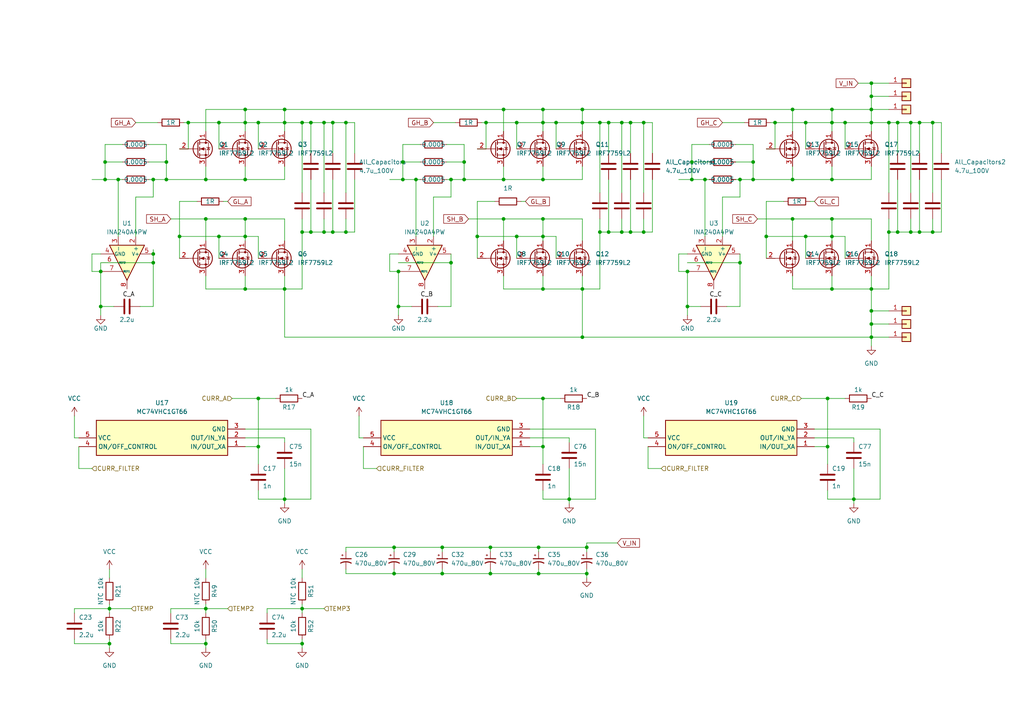
<source format=kicad_sch>
(kicad_sch (version 20230121) (generator eeschema)
  (paper "A4")
  (junction (at 176.53 35.56))
  (junction (at 71.12 68.58))
  (junction (at 31.75 176.53))
  (junction (at 157.48 115.57))
  (junction (at 87.63 176.53))
  (junction (at 257.81 35.56))
  (junction (at 100.33 35.56))
  (junction (at 93.98 67.31))
  (junction (at 168.91 31.75))
  (junction (at 114.3 158.75))
  (junction (at 115.57 88.9))
  (junction (at 116.84 52.07))
  (junction (at 157.48 63.5))
  (junction (at 74.93 115.57))
  (junction (at 173.99 67.31))
  (junction (at 71.12 83.82))
  (junction (at 229.87 31.75))
  (junction (at 252.73 83.82))
  (junction (at 31.75 186.69))
  (junction (at 134.62 46.99))
  (junction (at 90.17 67.31))
  (junction (at 157.48 83.82))
  (junction (at 156.21 158.75))
  (junction (at 252.73 35.56))
  (junction (at 29.21 78.74))
  (junction (at 140.97 35.56))
  (junction (at 114.3 166.37))
  (junction (at 157.48 129.54))
  (junction (at 96.52 35.56))
  (junction (at 30.48 52.07))
  (junction (at 241.3 31.75))
  (junction (at 115.57 78.74))
  (junction (at 229.87 52.07))
  (junction (at 71.12 52.07))
  (junction (at 252.73 90.17))
  (junction (at 128.27 158.75))
  (junction (at 71.12 35.56))
  (junction (at 176.53 67.31))
  (junction (at 168.91 35.56))
  (junction (at 29.21 88.9))
  (junction (at 134.62 52.07))
  (junction (at 186.69 35.56))
  (junction (at 146.05 63.5))
  (junction (at 87.63 67.31))
  (junction (at 157.48 52.07))
  (junction (at 270.51 35.56))
  (junction (at 146.05 52.07))
  (junction (at 74.93 129.54))
  (junction (at 74.93 35.56))
  (junction (at 252.73 97.79))
  (junction (at 130.81 76.2))
  (junction (at 252.73 93.98))
  (junction (at 241.3 52.07))
  (junction (at 48.26 52.07))
  (junction (at 222.25 68.58))
  (junction (at 90.17 35.56))
  (junction (at 233.68 68.58))
  (junction (at 120.65 52.07))
  (junction (at 82.55 31.75))
  (junction (at 252.73 27.94))
  (junction (at 96.52 67.31))
  (junction (at 54.61 35.56))
  (junction (at 233.68 35.56))
  (junction (at 63.5 68.58))
  (junction (at 264.16 35.56))
  (junction (at 270.51 67.31))
  (junction (at 157.48 35.56))
  (junction (at 87.63 35.56))
  (junction (at 63.5 35.56))
  (junction (at 34.29 52.07))
  (junction (at 44.45 76.2))
  (junction (at 252.73 24.13))
  (junction (at 71.12 63.5))
  (junction (at 241.3 83.82))
  (junction (at 149.86 68.58))
  (junction (at 142.24 166.37))
  (junction (at 264.16 67.31))
  (junction (at 218.44 46.99))
  (junction (at 229.87 63.5))
  (junction (at 199.39 78.74))
  (junction (at 241.3 68.58))
  (junction (at 266.7 35.56))
  (junction (at 44.45 73.66))
  (junction (at 82.55 35.56))
  (junction (at 170.18 158.75))
  (junction (at 44.45 52.07))
  (junction (at 149.86 35.56))
  (junction (at 157.48 31.75))
  (junction (at 138.43 68.58))
  (junction (at 241.3 35.56))
  (junction (at 240.03 129.54))
  (junction (at 200.66 46.99))
  (junction (at 218.44 52.07))
  (junction (at 173.99 35.56))
  (junction (at 48.26 46.99))
  (junction (at 71.12 31.75))
  (junction (at 260.35 35.56))
  (junction (at 82.55 83.82))
  (junction (at 156.21 166.37))
  (junction (at 180.34 67.31))
  (junction (at 252.73 31.75))
  (junction (at 182.88 35.56))
  (junction (at 199.39 88.9))
  (junction (at 168.91 97.79))
  (junction (at 165.1 144.78))
  (junction (at 100.33 67.31))
  (junction (at 168.91 83.82))
  (junction (at 59.69 63.5))
  (junction (at 52.07 68.58))
  (junction (at 180.34 35.56))
  (junction (at 87.63 186.69))
  (junction (at 161.29 35.56))
  (junction (at 182.88 67.31))
  (junction (at 142.24 158.75))
  (junction (at 204.47 52.07))
  (junction (at 200.66 52.07))
  (junction (at 59.69 186.69))
  (junction (at 241.3 63.5))
  (junction (at 247.65 144.78))
  (junction (at 240.03 115.57))
  (junction (at 128.27 166.37))
  (junction (at 59.69 176.53))
  (junction (at 266.7 67.31))
  (junction (at 157.48 68.58))
  (junction (at 130.81 52.07))
  (junction (at 59.69 52.07))
  (junction (at 170.18 166.37))
  (junction (at 93.98 35.56))
  (junction (at 214.63 52.07))
  (junction (at 30.48 46.99))
  (junction (at 214.63 76.2))
  (junction (at 186.69 67.31))
  (junction (at 82.55 144.78))
  (junction (at 260.35 67.31))
  (junction (at 146.05 31.75))
  (junction (at 116.84 46.99))
  (junction (at 257.81 67.31))
  (junction (at 245.11 35.56))
  (junction (at 224.79 35.56))
  (wire (pts (xy 153.67 124.46) (xy 172.72 124.46)))
  (wire (pts (xy 173.99 55.88) (xy 173.99 35.56)))
  (wire (pts (xy 146.05 63.5) (xy 157.48 63.5)))
  (wire (pts (xy 115.57 88.9) (xy 119.38 88.9)))
  (wire (pts (xy 63.5 68.58) (xy 71.12 68.58)))
  (wire (pts (xy 146.05 38.1) (xy 146.05 31.75)))
  (wire (pts (xy 44.45 72.39) (xy 44.45 73.66)))
  (wire (pts (xy 87.63 186.69) (xy 87.63 187.96)))
  (wire (pts (xy 59.69 63.5) (xy 71.12 63.5)))
  (wire (pts (xy 149.86 115.57) (xy 157.48 115.57)))
  (wire (pts (xy 157.48 68.58) (xy 161.29 68.58)))
  (wire (pts (xy 29.21 78.74) (xy 29.21 88.9)))
  (wire (pts (xy 168.91 97.79) (xy 252.73 97.79)))
  (wire (pts (xy 224.79 43.18) (xy 224.79 35.56)))
  (wire (pts (xy 93.98 35.56) (xy 96.52 35.56)))
  (wire (pts (xy 157.48 63.5) (xy 157.48 68.58)))
  (wire (pts (xy 29.21 88.9) (xy 29.21 91.44)))
  (wire (pts (xy 236.22 129.54) (xy 240.03 129.54)))
  (wire (pts (xy 93.98 35.56) (xy 93.98 55.88)))
  (wire (pts (xy 44.45 52.07) (xy 48.26 52.07)))
  (wire (pts (xy 146.05 31.75) (xy 82.55 31.75)))
  (wire (pts (xy 87.63 165.1) (xy 87.63 167.64)))
  (wire (pts (xy 245.11 35.56) (xy 252.73 35.56)))
  (wire (pts (xy 128.27 166.37) (xy 142.24 166.37)))
  (wire (pts (xy 266.7 52.07) (xy 266.7 67.31)))
  (wire (pts (xy 100.33 67.31) (xy 96.52 67.31)))
  (wire (pts (xy 255.27 124.46) (xy 255.27 144.78)))
  (wire (pts (xy 54.61 43.18) (xy 52.07 43.18)))
  (wire (pts (xy 59.69 63.5) (xy 59.69 69.85)))
  (wire (pts (xy 74.93 35.56) (xy 82.55 35.56)))
  (wire (pts (xy 130.81 52.07) (xy 134.62 52.07)))
  (wire (pts (xy 134.62 46.99) (xy 134.62 41.91)))
  (wire (pts (xy 30.48 41.91) (xy 35.56 41.91)))
  (wire (pts (xy 200.66 46.99) (xy 200.66 52.07)))
  (wire (pts (xy 168.91 31.75) (xy 168.91 35.56)))
  (wire (pts (xy 222.25 58.42) (xy 222.25 68.58)))
  (wire (pts (xy 189.23 52.07) (xy 189.23 67.31)))
  (wire (pts (xy 157.48 115.57) (xy 157.48 129.54)))
  (wire (pts (xy 31.75 175.26) (xy 31.75 176.53)))
  (wire (pts (xy 252.73 35.56) (xy 257.81 35.56)))
  (wire (pts (xy 82.55 127) (xy 82.55 128.27)))
  (wire (pts (xy 200.66 46.99) (xy 205.74 46.99)))
  (wire (pts (xy 71.12 63.5) (xy 71.12 68.58)))
  (wire (pts (xy 180.34 67.31) (xy 176.53 67.31)))
  (wire (pts (xy 161.29 43.18) (xy 161.29 35.56)))
  (wire (pts (xy 247.65 127) (xy 247.65 128.27)))
  (wire (pts (xy 26.67 73.66) (xy 26.67 78.74)))
  (wire (pts (xy 104.14 127) (xy 105.41 127)))
  (wire (pts (xy 71.12 68.58) (xy 74.93 68.58)))
  (wire (pts (xy 222.25 68.58) (xy 233.68 68.58)))
  (wire (pts (xy 214.63 76.2) (xy 214.63 88.9)))
  (wire (pts (xy 241.3 35.56) (xy 245.11 35.56)))
  (wire (pts (xy 157.48 144.78) (xy 165.1 144.78)))
  (wire (pts (xy 165.1 127) (xy 165.1 128.27)))
  (wire (pts (xy 52.07 68.58) (xy 52.07 74.93)))
  (wire (pts (xy 71.12 69.85) (xy 71.12 68.58)))
  (wire (pts (xy 125.73 57.15) (xy 130.81 57.15)))
  (wire (pts (xy 90.17 124.46) (xy 90.17 144.78)))
  (wire (pts (xy 113.03 78.74) (xy 115.57 78.74)))
  (wire (pts (xy 100.33 63.5) (xy 100.33 67.31)))
  (wire (pts (xy 67.31 115.57) (xy 74.93 115.57)))
  (wire (pts (xy 48.26 52.07) (xy 59.69 52.07)))
  (wire (pts (xy 264.16 67.31) (xy 260.35 67.31)))
  (wire (pts (xy 233.68 74.93) (xy 233.68 68.58)))
  (wire (pts (xy 87.63 63.5) (xy 87.63 67.31)))
  (wire (pts (xy 204.47 52.07) (xy 204.47 68.58)))
  (wire (pts (xy 224.79 43.18) (xy 222.25 43.18)))
  (wire (pts (xy 100.33 160.02) (xy 100.33 158.75)))
  (wire (pts (xy 260.35 44.45) (xy 260.35 35.56)))
  (wire (pts (xy 156.21 158.75) (xy 170.18 158.75)))
  (wire (pts (xy 218.44 46.99) (xy 218.44 52.07)))
  (wire (pts (xy 29.21 76.2) (xy 29.21 78.74)))
  (wire (pts (xy 128.27 165.1) (xy 128.27 166.37)))
  (wire (pts (xy 273.05 52.07) (xy 273.05 67.31)))
  (wire (pts (xy 252.73 83.82) (xy 257.81 83.82)))
  (wire (pts (xy 90.17 44.45) (xy 90.17 35.56)))
  (wire (pts (xy 21.59 185.42) (xy 21.59 186.69)))
  (wire (pts (xy 82.55 83.82) (xy 82.55 97.79)))
  (wire (pts (xy 189.23 35.56) (xy 189.23 44.45)))
  (wire (pts (xy 186.69 67.31) (xy 182.88 67.31)))
  (wire (pts (xy 173.99 83.82) (xy 173.99 67.31)))
  (wire (pts (xy 29.21 76.2) (xy 44.45 76.2)))
  (wire (pts (xy 233.68 35.56) (xy 241.3 35.56)))
  (wire (pts (xy 59.69 176.53) (xy 59.69 177.8)))
  (wire (pts (xy 149.86 35.56) (xy 149.86 43.18)))
  (wire (pts (xy 114.3 166.37) (xy 114.3 165.1)))
  (wire (pts (xy 241.3 48.26) (xy 241.3 52.07)))
  (wire (pts (xy 252.73 90.17) (xy 257.81 90.17)))
  (wire (pts (xy 245.11 43.18) (xy 245.11 35.56)))
  (wire (pts (xy 142.24 158.75) (xy 156.21 158.75)))
  (wire (pts (xy 44.45 76.2) (xy 44.45 88.9)))
  (wire (pts (xy 22.86 129.54) (xy 22.86 135.89)))
  (wire (pts (xy 236.22 127) (xy 247.65 127)))
  (wire (pts (xy 59.69 48.26) (xy 59.69 52.07)))
  (wire (pts (xy 100.33 158.75) (xy 114.3 158.75)))
  (wire (pts (xy 116.84 46.99) (xy 116.84 41.91)))
  (wire (pts (xy 63.5 35.56) (xy 71.12 35.56)))
  (wire (pts (xy 247.65 144.78) (xy 247.65 146.05)))
  (wire (pts (xy 170.18 166.37) (xy 170.18 167.64)))
  (wire (pts (xy 165.1 144.78) (xy 172.72 144.78)))
  (wire (pts (xy 140.97 35.56) (xy 149.86 35.56)))
  (wire (pts (xy 186.69 127) (xy 187.96 127)))
  (wire (pts (xy 82.55 144.78) (xy 90.17 144.78)))
  (wire (pts (xy 218.44 46.99) (xy 218.44 41.91)))
  (wire (pts (xy 116.84 46.99) (xy 121.92 46.99)))
  (wire (pts (xy 71.12 52.07) (xy 82.55 52.07)))
  (wire (pts (xy 113.03 52.07) (xy 116.84 52.07)))
  (wire (pts (xy 168.91 48.26) (xy 168.91 52.07)))
  (wire (pts (xy 213.36 41.91) (xy 218.44 41.91)))
  (wire (pts (xy 186.69 63.5) (xy 186.69 67.31)))
  (wire (pts (xy 44.45 57.15) (xy 44.45 52.07)))
  (wire (pts (xy 168.91 83.82) (xy 168.91 97.79)))
  (wire (pts (xy 161.29 35.56) (xy 168.91 35.56)))
  (wire (pts (xy 157.48 35.56) (xy 157.48 38.1)))
  (wire (pts (xy 213.36 46.99) (xy 218.44 46.99)))
  (wire (pts (xy 49.53 63.5) (xy 59.69 63.5)))
  (wire (pts (xy 82.55 63.5) (xy 82.55 69.85)))
  (wire (pts (xy 134.62 46.99) (xy 134.62 52.07)))
  (wire (pts (xy 100.33 166.37) (xy 114.3 166.37)))
  (wire (pts (xy 52.07 58.42) (xy 57.15 58.42)))
  (wire (pts (xy 252.73 80.01) (xy 252.73 83.82)))
  (wire (pts (xy 82.55 31.75) (xy 82.55 35.56)))
  (wire (pts (xy 168.91 35.56) (xy 168.91 38.1)))
  (wire (pts (xy 180.34 63.5) (xy 180.34 67.31)))
  (wire (pts (xy 186.69 35.56) (xy 189.23 35.56)))
  (wire (pts (xy 241.3 31.75) (xy 241.3 35.56)))
  (wire (pts (xy 161.29 68.58) (xy 161.29 74.93)))
  (wire (pts (xy 252.73 31.75) (xy 252.73 35.56)))
  (wire (pts (xy 209.55 57.15) (xy 209.55 68.58)))
  (wire (pts (xy 156.21 166.37) (xy 156.21 165.1)))
  (wire (pts (xy 240.03 144.78) (xy 247.65 144.78)))
  (wire (pts (xy 100.33 35.56) (xy 102.87 35.56)))
  (wire (pts (xy 39.37 57.15) (xy 39.37 68.58)))
  (wire (pts (xy 264.16 35.56) (xy 266.7 35.56)))
  (wire (pts (xy 59.69 31.75) (xy 71.12 31.75)))
  (wire (pts (xy 74.93 43.18) (xy 74.93 35.56)))
  (wire (pts (xy 74.93 115.57) (xy 74.93 129.54)))
  (wire (pts (xy 71.12 35.56) (xy 74.93 35.56)))
  (wire (pts (xy 187.96 135.89) (xy 191.77 135.89)))
  (wire (pts (xy 63.5 74.93) (xy 63.5 68.58)))
  (wire (pts (xy 49.53 185.42) (xy 49.53 186.69)))
  (wire (pts (xy 157.48 52.07) (xy 168.91 52.07)))
  (wire (pts (xy 77.47 176.53) (xy 87.63 176.53)))
  (wire (pts (xy 87.63 176.53) (xy 93.98 176.53)))
  (wire (pts (xy 142.24 165.1) (xy 142.24 166.37)))
  (wire (pts (xy 189.23 67.31) (xy 186.69 67.31)))
  (wire (pts (xy 223.52 35.56) (xy 224.79 35.56)))
  (wire (pts (xy 157.48 115.57) (xy 162.56 115.57)))
  (wire (pts (xy 157.48 69.85) (xy 157.48 68.58)))
  (wire (pts (xy 170.18 165.1) (xy 170.18 166.37)))
  (wire (pts (xy 199.39 88.9) (xy 203.2 88.9)))
  (wire (pts (xy 138.43 68.58) (xy 149.86 68.58)))
  (wire (pts (xy 157.48 63.5) (xy 168.91 63.5)))
  (wire (pts (xy 187.96 129.54) (xy 187.96 135.89)))
  (wire (pts (xy 157.48 31.75) (xy 168.91 31.75)))
  (wire (pts (xy 252.73 48.26) (xy 252.73 52.07)))
  (wire (pts (xy 229.87 80.01) (xy 229.87 83.82)))
  (wire (pts (xy 233.68 68.58) (xy 241.3 68.58)))
  (wire (pts (xy 257.81 67.31) (xy 260.35 67.31)))
  (wire (pts (xy 116.84 46.99) (xy 116.84 52.07)))
  (wire (pts (xy 252.73 97.79) (xy 252.73 100.33)))
  (wire (pts (xy 273.05 67.31) (xy 270.51 67.31)))
  (wire (pts (xy 157.48 129.54) (xy 157.48 134.62)))
  (wire (pts (xy 71.12 80.01) (xy 71.12 83.82)))
  (wire (pts (xy 149.86 35.56) (xy 157.48 35.56)))
  (wire (pts (xy 213.36 52.07) (xy 214.63 52.07)))
  (wire (pts (xy 266.7 35.56) (xy 270.51 35.56)))
  (wire (pts (xy 146.05 80.01) (xy 146.05 83.82)))
  (wire (pts (xy 71.12 35.56) (xy 71.12 38.1)))
  (wire (pts (xy 100.33 165.1) (xy 100.33 166.37)))
  (wire (pts (xy 138.43 58.42) (xy 143.51 58.42)))
  (wire (pts (xy 93.98 67.31) (xy 90.17 67.31)))
  (wire (pts (xy 173.99 35.56) (xy 176.53 35.56)))
  (wire (pts (xy 260.35 52.07) (xy 260.35 67.31)))
  (wire (pts (xy 252.73 24.13) (xy 252.73 27.94)))
  (wire (pts (xy 115.57 73.66) (xy 113.03 73.66)))
  (wire (pts (xy 182.88 35.56) (xy 182.88 44.45)))
  (wire (pts (xy 146.05 83.82) (xy 157.48 83.82)))
  (wire (pts (xy 252.73 63.5) (xy 252.73 69.85)))
  (wire (pts (xy 241.3 31.75) (xy 252.73 31.75)))
  (wire (pts (xy 173.99 67.31) (xy 176.53 67.31)))
  (wire (pts (xy 224.79 35.56) (xy 233.68 35.56)))
  (wire (pts (xy 59.69 185.42) (xy 59.69 186.69)))
  (wire (pts (xy 21.59 127) (xy 21.59 120.65)))
  (wire (pts (xy 176.53 35.56) (xy 180.34 35.56)))
  (wire (pts (xy 59.69 176.53) (xy 66.04 176.53)))
  (wire (pts (xy 87.63 175.26) (xy 87.63 176.53)))
  (wire (pts (xy 257.81 63.5) (xy 257.81 67.31)))
  (wire (pts (xy 77.47 177.8) (xy 77.47 176.53)))
  (wire (pts (xy 214.63 52.07) (xy 218.44 52.07)))
  (wire (pts (xy 241.3 63.5) (xy 241.3 68.58)))
  (wire (pts (xy 142.24 166.37) (xy 156.21 166.37)))
  (wire (pts (xy 245.11 68.58) (xy 245.11 74.93)))
  (wire (pts (xy 153.67 127) (xy 165.1 127)))
  (wire (pts (xy 74.93 144.78) (xy 82.55 144.78)))
  (wire (pts (xy 102.87 35.56) (xy 102.87 44.45)))
  (wire (pts (xy 157.48 31.75) (xy 157.48 35.56)))
  (wire (pts (xy 39.37 35.56) (xy 45.72 35.56)))
  (wire (pts (xy 43.18 52.07) (xy 44.45 52.07)))
  (wire (pts (xy 252.73 93.98) (xy 252.73 97.79)))
  (wire (pts (xy 270.51 67.31) (xy 266.7 67.31)))
  (wire (pts (xy 49.53 186.69) (xy 59.69 186.69)))
  (wire (pts (xy 219.71 63.5) (xy 229.87 63.5)))
  (wire (pts (xy 90.17 35.56) (xy 93.98 35.56)))
  (wire (pts (xy 142.24 160.02) (xy 142.24 158.75)))
  (wire (pts (xy 71.12 127) (xy 82.55 127)))
  (wire (pts (xy 128.27 158.75) (xy 142.24 158.75)))
  (wire (pts (xy 214.63 57.15) (xy 214.63 52.07)))
  (wire (pts (xy 129.54 46.99) (xy 134.62 46.99)))
  (wire (pts (xy 71.12 31.75) (xy 82.55 31.75)))
  (wire (pts (xy 168.91 63.5) (xy 168.91 69.85)))
  (wire (pts (xy 74.93 129.54) (xy 74.93 134.62)))
  (wire (pts (xy 240.03 142.24) (xy 240.03 144.78)))
  (wire (pts (xy 252.73 27.94) (xy 252.73 31.75)))
  (wire (pts (xy 120.65 52.07) (xy 120.65 68.58)))
  (wire (pts (xy 130.81 57.15) (xy 130.81 52.07)))
  (wire (pts (xy 149.86 74.93) (xy 149.86 68.58)))
  (wire (pts (xy 176.53 52.07) (xy 176.53 67.31)))
  (wire (pts (xy 52.07 68.58) (xy 63.5 68.58)))
  (wire (pts (xy 241.3 69.85) (xy 241.3 68.58)))
  (wire (pts (xy 140.97 43.18) (xy 138.43 43.18)))
  (wire (pts (xy 173.99 63.5) (xy 173.99 67.31)))
  (wire (pts (xy 260.35 35.56) (xy 264.16 35.56)))
  (wire (pts (xy 252.73 83.82) (xy 252.73 90.17)))
  (wire (pts (xy 200.66 41.91) (xy 205.74 41.91)))
  (wire (pts (xy 96.52 35.56) (xy 100.33 35.56)))
  (wire (pts (xy 26.67 78.74) (xy 29.21 78.74)))
  (wire (pts (xy 59.69 83.82) (xy 71.12 83.82)))
  (wire (pts (xy 82.55 83.82) (xy 87.63 83.82)))
  (wire (pts (xy 273.05 35.56) (xy 273.05 44.45)))
  (wire (pts (xy 71.12 83.82) (xy 82.55 83.82)))
  (wire (pts (xy 176.53 44.45) (xy 176.53 35.56)))
  (wire (pts (xy 247.65 135.89) (xy 247.65 144.78)))
  (wire (pts (xy 241.3 52.07) (xy 252.73 52.07)))
  (wire (pts (xy 128.27 158.75) (xy 128.27 160.02)))
  (wire (pts (xy 49.53 177.8) (xy 49.53 176.53)))
  (wire (pts (xy 252.73 97.79) (xy 257.81 97.79)))
  (wire (pts (xy 170.18 157.48) (xy 170.18 158.75)))
  (wire (pts (xy 21.59 127) (xy 22.86 127)))
  (wire (pts (xy 21.59 177.8) (xy 21.59 176.53)))
  (wire (pts (xy 90.17 52.07) (xy 90.17 67.31)))
  (wire (pts (xy 54.61 43.18) (xy 54.61 35.56)))
  (wire (pts (xy 270.51 63.5) (xy 270.51 67.31)))
  (wire (pts (xy 40.64 88.9) (xy 44.45 88.9)))
  (wire (pts (xy 149.86 68.58) (xy 157.48 68.58)))
  (wire (pts (xy 93.98 63.5) (xy 93.98 67.31)))
  (wire (pts (xy 59.69 186.69) (xy 59.69 187.96)))
  (wire (pts (xy 59.69 80.01) (xy 59.69 83.82)))
  (wire (pts (xy 71.12 63.5) (xy 82.55 63.5)))
  (wire (pts (xy 240.03 115.57) (xy 240.03 129.54)))
  (wire (pts (xy 82.55 97.79) (xy 168.91 97.79)))
  (wire (pts (xy 59.69 38.1) (xy 59.69 31.75)))
  (wire (pts (xy 229.87 31.75) (xy 241.3 31.75)))
  (wire (pts (xy 30.48 52.07) (xy 34.29 52.07)))
  (wire (pts (xy 241.3 80.01) (xy 241.3 83.82)))
  (wire (pts (xy 59.69 165.1) (xy 59.69 167.64)))
  (wire (pts (xy 157.48 83.82) (xy 168.91 83.82)))
  (wire (pts (xy 252.73 24.13) (xy 257.81 24.13)))
  (wire (pts (xy 26.67 52.07) (xy 30.48 52.07)))
  (wire (pts (xy 105.41 135.89) (xy 109.22 135.89)))
  (wire (pts (xy 165.1 135.89) (xy 165.1 144.78)))
  (wire (pts (xy 29.21 88.9) (xy 33.02 88.9)))
  (wire (pts (xy 77.47 186.69) (xy 87.63 186.69)))
  (wire (pts (xy 199.39 88.9) (xy 199.39 91.44)))
  (wire (pts (xy 104.14 127) (xy 104.14 120.65)))
  (wire (pts (xy 39.37 57.15) (xy 44.45 57.15)))
  (wire (pts (xy 64.77 58.42) (xy 66.04 58.42)))
  (wire (pts (xy 138.43 58.42) (xy 138.43 68.58)))
  (wire (pts (xy 74.93 115.57) (xy 80.01 115.57)))
  (wire (pts (xy 82.55 35.56) (xy 87.63 35.56)))
  (wire (pts (xy 196.85 73.66) (xy 196.85 78.74)))
  (wire (pts (xy 218.44 52.07) (xy 229.87 52.07)))
  (wire (pts (xy 156.21 158.75) (xy 156.21 160.02)))
  (wire (pts (xy 182.88 35.56) (xy 186.69 35.56)))
  (wire (pts (xy 180.34 35.56) (xy 180.34 55.88)))
  (wire (pts (xy 165.1 144.78) (xy 165.1 146.05)))
  (wire (pts (xy 48.26 46.99) (xy 48.26 41.91)))
  (wire (pts (xy 129.54 41.91) (xy 134.62 41.91)))
  (wire (pts (xy 200.66 52.07) (xy 204.47 52.07)))
  (wire (pts (xy 196.85 52.07) (xy 200.66 52.07)))
  (wire (pts (xy 120.65 52.07) (xy 121.92 52.07)))
  (wire (pts (xy 182.88 67.31) (xy 180.34 67.31)))
  (wire (pts (xy 87.63 67.31) (xy 90.17 67.31)))
  (wire (pts (xy 257.81 83.82) (xy 257.81 67.31)))
  (wire (pts (xy 204.47 52.07) (xy 205.74 52.07)))
  (wire (pts (xy 229.87 63.5) (xy 241.3 63.5)))
  (wire (pts (xy 71.12 31.75) (xy 71.12 35.56)))
  (wire (pts (xy 102.87 52.07) (xy 102.87 67.31)))
  (wire (pts (xy 210.82 88.9) (xy 214.63 88.9)))
  (wire (pts (xy 82.55 135.89) (xy 82.55 144.78)))
  (wire (pts (xy 214.63 73.66) (xy 214.63 76.2)))
  (wire (pts (xy 209.55 35.56) (xy 215.9 35.56)))
  (wire (pts (xy 146.05 63.5) (xy 146.05 69.85)))
  (wire (pts (xy 196.85 73.66) (xy 199.39 73.66)))
  (wire (pts (xy 82.55 80.01) (xy 82.55 83.82)))
  (wire (pts (xy 257.81 35.56) (xy 260.35 35.56)))
  (wire (pts (xy 252.73 35.56) (xy 252.73 38.1)))
  (wire (pts (xy 266.7 35.56) (xy 266.7 44.45)))
  (wire (pts (xy 257.81 55.88) (xy 257.81 35.56)))
  (wire (pts (xy 129.54 52.07) (xy 130.81 52.07)))
  (wire (pts (xy 146.05 31.75) (xy 157.48 31.75)))
  (wire (pts (xy 270.51 35.56) (xy 273.05 35.56)))
  (wire (pts (xy 31.75 185.42) (xy 31.75 186.69)))
  (wire (pts (xy 252.73 31.75) (xy 257.81 31.75)))
  (wire (pts (xy 113.03 73.66) (xy 113.03 78.74)))
  (wire (pts (xy 105.41 129.54) (xy 105.41 135.89)))
  (wire (pts (xy 30.48 46.99) (xy 35.56 46.99)))
  (wire (pts (xy 241.3 63.5) (xy 252.73 63.5)))
  (wire (pts (xy 134.62 52.07) (xy 146.05 52.07)))
  (wire (pts (xy 233.68 35.56) (xy 233.68 43.18)))
  (wire (pts (xy 48.26 46.99) (xy 48.26 52.07)))
  (wire (pts (xy 240.03 129.54) (xy 240.03 134.62)))
  (wire (pts (xy 100.33 35.56) (xy 100.33 55.88)))
  (wire (pts (xy 77.47 185.42) (xy 77.47 186.69)))
  (wire (pts (xy 199.39 78.74) (xy 199.39 88.9)))
  (wire (pts (xy 31.75 165.1) (xy 31.75 167.64)))
  (wire (pts (xy 87.63 185.42) (xy 87.63 186.69)))
  (wire (pts (xy 128.27 166.37) (xy 114.3 166.37)))
  (wire (pts (xy 236.22 124.46) (xy 255.27 124.46)))
  (wire (pts (xy 186.69 35.56) (xy 186.69 55.88)))
  (wire (pts (xy 229.87 48.26) (xy 229.87 52.07)))
  (wire (pts (xy 270.51 35.56) (xy 270.51 55.88)))
  (wire (pts (xy 115.57 76.2) (xy 130.81 76.2)))
  (wire (pts (xy 157.48 80.01) (xy 157.48 83.82)))
  (wire (pts (xy 252.73 93.98) (xy 257.81 93.98)))
  (wire (pts (xy 96.52 35.56) (xy 96.52 44.45)))
  (wire (pts (xy 157.48 142.24) (xy 157.48 144.78)))
  (wire (pts (xy 96.52 67.31) (xy 93.98 67.31)))
  (wire (pts (xy 229.87 83.82) (xy 241.3 83.82)))
  (wire (pts (xy 240.03 115.57) (xy 245.11 115.57)))
  (wire (pts (xy 87.63 176.53) (xy 87.63 177.8)))
  (wire (pts (xy 138.43 68.58) (xy 138.43 74.93)))
  (wire (pts (xy 52.07 58.42) (xy 52.07 68.58)))
  (wire (pts (xy 49.53 176.53) (xy 59.69 176.53)))
  (wire (pts (xy 116.84 52.07) (xy 120.65 52.07)))
  (wire (pts (xy 196.85 78.74) (xy 199.39 78.74)))
  (wire (pts (xy 127 88.9) (xy 130.81 88.9)))
  (wire (pts (xy 248.92 24.13) (xy 252.73 24.13)))
  (wire (pts (xy 59.69 175.26) (xy 59.69 176.53)))
  (wire (pts (xy 71.12 124.46) (xy 90.17 124.46)))
  (wire (pts (xy 140.97 43.18) (xy 140.97 35.56)))
  (wire (pts (xy 266.7 67.31) (xy 264.16 67.31)))
  (wire (pts (xy 82.55 144.78) (xy 82.55 146.05)))
  (wire (pts (xy 31.75 176.53) (xy 38.1 176.53)))
  (wire (pts (xy 116.84 41.91) (xy 121.92 41.91)))
  (wire (pts (xy 71.12 129.54) (xy 74.93 129.54)))
  (wire (pts (xy 170.18 166.37) (xy 156.21 166.37)))
  (wire (pts (xy 172.72 124.46) (xy 172.72 144.78)))
  (wire (pts (xy 151.13 58.42) (xy 152.4 58.42)))
  (wire (pts (xy 59.69 52.07) (xy 71.12 52.07)))
  (wire (pts (xy 130.81 73.66) (xy 130.81 76.2)))
  (wire (pts (xy 21.59 186.69) (xy 31.75 186.69)))
  (wire (pts (xy 186.69 127) (xy 186.69 120.65)))
  (wire (pts (xy 168.91 83.82) (xy 173.99 83.82)))
  (wire (pts (xy 34.29 52.07) (xy 35.56 52.07)))
  (wire (pts (xy 74.93 68.58) (xy 74.93 74.93)))
  (wire (pts (xy 53.34 35.56) (xy 54.61 35.56)))
  (wire (pts (xy 168.91 80.01) (xy 168.91 83.82)))
  (wire (pts (xy 135.89 63.5) (xy 146.05 63.5)))
  (wire (pts (xy 34.29 52.07) (xy 34.29 68.58)))
  (wire (pts (xy 43.18 41.91) (xy 48.26 41.91)))
  (wire (pts (xy 96.52 52.07) (xy 96.52 67.31)))
  (wire (pts (xy 209.55 57.15) (xy 214.63 57.15)))
  (wire (pts (xy 264.16 63.5) (xy 264.16 67.31)))
  (wire (pts (xy 146.05 48.26) (xy 146.05 52.07)))
  (wire (pts (xy 87.63 83.82) (xy 87.63 67.31)))
  (wire (pts (xy 21.59 176.53) (xy 31.75 176.53)))
  (wire (pts (xy 179.07 157.48) (xy 170.18 157.48)))
  (wire (pts (xy 264.16 35.56) (xy 264.16 55.88)))
  (wire (pts (xy 229.87 38.1) (xy 229.87 31.75)))
  (wire (pts (xy 22.86 135.89) (xy 26.67 135.89)))
  (wire (pts (xy 222.25 58.42) (xy 227.33 58.42)))
  (wire (pts (xy 241.3 35.56) (xy 241.3 38.1)))
  (wire (pts (xy 157.48 48.26) (xy 157.48 52.07)))
  (wire (pts (xy 229.87 31.75) (xy 168.91 31.75)))
  (wire (pts (xy 153.67 129.54) (xy 157.48 129.54)))
  (wire (pts (xy 125.73 57.15) (xy 125.73 68.58)))
  (wire (pts (xy 139.7 35.56) (xy 140.97 35.56)))
  (wire (pts (xy 232.41 115.57) (xy 240.03 115.57)))
  (wire (pts (xy 168.91 35.56) (xy 173.99 35.56)))
  (wire (pts (xy 74.93 142.24) (xy 74.93 144.78)))
  (wire (pts (xy 31.75 176.53) (xy 31.75 177.8)))
  (wire (pts (xy 54.61 35.56) (xy 63.5 35.56)))
  (wire (pts (xy 241.3 83.82) (xy 252.73 83.82)))
  (wire (pts (xy 29.21 73.66) (xy 26.67 73.66)))
  (wire (pts (xy 234.95 58.42) (xy 236.22 58.42)))
  (wire (pts (xy 199.39 76.2) (xy 214.63 76.2)))
  (wire (pts (xy 114.3 158.75) (xy 114.3 160.02)))
  (wire (pts (xy 82.55 48.26) (xy 82.55 52.07)))
  (wire (pts (xy 31.75 186.69) (xy 31.75 187.96)))
  (wire (pts (xy 114.3 158.75) (xy 128.27 158.75)))
  (wire (pts (xy 180.34 35.56) (xy 182.88 35.56)))
  (wire (pts (xy 222.25 68.58) (xy 222.25 74.93)))
  (wire (pts (xy 182.88 52.07) (xy 182.88 67.31)))
  (wire (pts (xy 229.87 52.07) (xy 241.3 52.07)))
  (wire (pts (xy 87.63 55.88) (xy 87.63 35.56)))
  (wire (pts (xy 200.66 46.99) (xy 200.66 41.91)))
  (wire (pts (xy 71.12 48.26) (xy 71.12 52.07)))
  (wire (pts (xy 30.48 46.99) (xy 30.48 41.91)))
  (wire (pts (xy 115.57 88.9) (xy 115.57 91.44)))
  (wire (pts (xy 146.05 52.07) (xy 157.48 52.07)))
  (wire (pts (xy 30.48 46.99) (xy 30.48 52.07)))
  (wire (pts (xy 170.18 158.75) (xy 170.18 160.02)))
  (wire (pts (xy 229.87 63.5) (xy 229.87 69.85)))
  (wire (pts (xy 43.18 46.99) (xy 48.26 46.99)))
  (wire (pts (xy 87.63 35.56) (xy 90.17 35.56)))
  (wire (pts (xy 157.48 35.56) (xy 161.29 35.56)))
  (wire (pts (xy 125.73 35.56) (xy 132.08 35.56)))
  (wire (pts (xy 63.5 35.56) (xy 63.5 43.18)))
  (wire (pts (xy 82.55 35.56) (xy 82.55 38.1)))
  (wire (pts (xy 247.65 144.78) (xy 255.27 144.78)))
  (wire (pts (xy 44.45 73.66) (xy 44.45 76.2)))
  (wire (pts (xy 102.87 67.31) (xy 100.33 67.31)))
  (wire (pts (xy 115.57 78.74) (xy 115.57 88.9)))
  (wire (pts (xy 130.81 76.2) (xy 130.81 88.9)))
  (wire (pts (xy 241.3 68.58) (xy 245.11 68.58)))
  (wire (pts (xy 252.73 27.94) (xy 257.81 27.94)))
  (wire (pts (xy 252.73 90.17) (xy 252.73 93.98)))
  (label "C_A" (at 35.56 86.36 0))
  (label "C_B" (at 121.92 86.36 0))
  (label "C_B" (at 170.18 115.57 0))
  (label "C_A" (at 87.63 115.57 0))
  (label "C_C" (at 252.73 115.57 0))
  (label "C_C" (at 205.74 86.36 0))
  (global_label "V_IN" (shape input) (at 248.92 24.13 180) (property "Intersheetrefs" "${INTERSHEET_REFS}" (effects hide)))
  (global_label "GL_C" (shape input) (at 236.22 58.42 0) (property "Intersheetrefs" "${INTERSHEET_REFS}" (effects hide)))
  (global_label "GH_B" (shape input) (at 125.73 35.56 180) (property "Intersheetrefs" "${INTERSHEET_REFS}" (effects hide)))
  (global_label "GL_A" (shape input) (at 66.04 58.42 0) (property "Intersheetrefs" "${INTERSHEET_REFS}" (effects hide)))
  (global_label "V_IN" (shape input) (at 179.07 157.48 0) (property "Intersheetrefs" "${INTERSHEET_REFS}" (effects hide)))
  (global_label "GL_B" (shape input) (at 152.4 58.42 0) (property "Intersheetrefs" "${INTERSHEET_REFS}" (effects hide)))
  (global_label "SH_B" (shape input) (at 135.89 63.5 180) (property "Intersheetrefs" "${INTERSHEET_REFS}" (effects hide)))
  (global_label "GH_A" (shape input) (at 39.37 35.56 180) (property "Intersheetrefs" "${INTERSHEET_REFS}" (effects hide)))
  (global_label "SH_C" (shape input) (at 219.71 63.5 180) (property "Intersheetrefs" "${INTERSHEET_REFS}" (effects hide)))
  (global_label "SH_A" (shape input) (at 49.53 63.5 180) (property "Intersheetrefs" "${INTERSHEET_REFS}" (effects hide)))
  (global_label "GH_C" (shape input) (at 209.55 35.56 180) (property "Intersheetrefs" "${INTERSHEET_REFS}" (effects hide)))
  (hierarchical_label "TEMP3" (shape input) (at 93.98 176.53 0))
  (hierarchical_label "CURR_A" (shape input) (at 67.31 115.57 180))
  (hierarchical_label "CURR_FILTER" (shape input) (at 191.77 135.89 0))
  (hierarchical_label "CURR_FILTER" (shape input) (at 26.67 135.89 0))
  (hierarchical_label "TEMP2" (shape input) (at 66.04 176.53 0))
  (hierarchical_label "CURR_B" (shape input) (at 149.86 115.57 180))
  (hierarchical_label "TEMP" (shape input) (at 38.1 176.53 0))
  (hierarchical_label "CURR_FILTER" (shape input) (at 109.22 135.89 0))
  (hierarchical_label "CURR_C" (shape input) (at 232.41 115.57 180))
  (symbol (lib_id "Connector_Generic:Conn_01x01") (at 262.89 97.79 0) (unit 1)
    (property "Reference" "J6" (effects hide))
    (property "Value" "Conn_01x01" (effects hide))
  )
  (symbol (lib_id "Device:R") (at 219.71 35.56 270) (unit 1)
    (property "Reference" "R11" (effects hide))
    (property "Value" "1R" (at 219.71 35.56 90))
  )
  (symbol (lib_id "Device:R") (at 59.69 171.45 180) (unit 1)
    (property "Reference" "R49" (at 62.23 171.45 90))
    (property "Value" "NTC 10k" (at 57.15 171.45 90))
    (property "Footprint" "Resistor_SMD:R_0805_2012Metric" (effects hide))
  )
  (symbol (lib_id "Transistor_FET:IRF7759L2") (at 166.37 43.18 0) (unit 1)
    (property "Reference" "Q11" (at 172.72 41.91 0) (effects (justify left)))
    (property "Value" "IRF7759L2" (at 172.72 44.45 0) (effects (justify left)))
    (property "Footprint" "Package_DirectFET:DirectFET_L8" (effects hide))
    (property "Datasheet" "https://www.infineon.com/dgdl/irf7759l2pbf.pdf?fileId=5546d462533600a40153560478171cb0" (effects hide))
  )
  (symbol (lib_id "Device:C_Polarized_Small_US") (at 114.3 162.56 0) (unit 1)
    (property "Reference" "C29" (at 116.84 160.8582 0) (effects (justify left)))
    (property "Value" "470u_80V" (at 116.84 163.3982 0) (effects (justify left)))
    (property "Footprint" "Capacitor_THT:C_Radial_D16.0mm_H31.5mm_P7.50mm" (effects hide))
  )
  (symbol (lib_id "Device:C") (at 247.65 132.08 180) (unit 1)
    (property "Reference" "C77" (at 248.92 129.54 0) (effects (justify right)))
    (property "Value" "15n" (at 248.92 134.62 0) (effects (justify right)))
    (property "Footprint" "Capacitor_SMD:C_0805_2012Metric" (effects hide))
  )
  (symbol (lib_id "Device:C") (at 180.34 59.69 0) (unit 1)
    (property "Reference" "C10" (effects hide))
    (property "Value" "C" (effects hide))
  )
  (symbol (lib_id "Device:C") (at 264.16 59.69 0) (unit 1)
    (property "Reference" "C16" (effects hide))
    (property "Value" "C" (effects hide))
  )
  (symbol (lib_id "Device:R") (at 166.37 115.57 90) (unit 1)
    (property "Reference" "R18" (at 166.37 118.11 90))
    (property "Value" "1k" (at 166.37 113.03 90))
    (property "Footprint" "Resistor_SMD:R_0805_2012Metric" (effects hide))
  )
  (symbol (lib_id "Device:R") (at 125.73 41.91 270) (unit 1)
    (property "Reference" "0.1" (effects hide))
    (property "Value" "0.0005" (at 125.73 41.91 90))
  )
  (symbol (lib_id "Device:C") (at 49.53 181.61 0) (unit 1)
    (property "Reference" "C73" (at 50.8 179.07 0) (effects (justify left)))
    (property "Value" "2.2u" (at 50.8 184.15 0) (effects (justify left)))
    (property "Footprint" "Capacitor_SMD:C_0805_2012Metric" (effects hide))
  )
  (symbol (lib_id "Device:C") (at 207.01 88.9 270) (unit 1)
    (property "Reference" "C13" (effects hide))
    (property "Value" "2.2u" (at 207.01 92.71 90))
  )
  (symbol (lib_id "Device:R") (at 59.69 181.61 180) (unit 1)
    (property "Reference" "R50" (at 62.23 181.61 90))
    (property "Value" "10k" (at 57.15 181.61 90))
    (property "Footprint" "Resistor_SMD:R_0805_2012Metric" (effects hide))
  )
  (symbol (lib_id "power:GND") (at 31.75 187.96 0) (unit 1)
    (property "Reference" "#PWR08" (effects hide))
    (property "Value" "GND" (at 31.75 193.04 0))
  )
  (symbol (lib_id "power:VCC") (at 87.63 165.1 0) (unit 1)
    (property "Reference" "#PWR011" (effects hide))
    (property "Value" "VCC" (at 87.63 160.02 0))
  )
  (symbol (lib_id "Device:R") (at 60.96 58.42 270) (unit 1)
    (property "Reference" "r3" (effects hide))
    (property "Value" "1R" (at 60.96 58.42 90))
  )
  (symbol (lib_id "power:GND") (at 247.65 146.05 0) (unit 1)
    (property "Reference" "#PWR06" (effects hide))
    (property "Value" "GND" (at 247.65 151.13 0))
  )
  (symbol (lib_id "Device:C") (at 77.47 181.61 0) (unit 1)
    (property "Reference" "C74" (at 78.74 179.07 0) (effects (justify left)))
    (property "Value" "2.2u" (at 78.74 184.15 0) (effects (justify left)))
    (property "Footprint" "Capacitor_SMD:C_0805_2012Metric" (effects hide))
  )
  (symbol (lib_id "Device:C_Polarized_Small_US") (at 142.24 162.56 0) (unit 1)
    (property "Reference" "C33" (at 144.78 160.8582 0) (effects (justify left)))
    (property "Value" "470u_80V" (at 144.78 163.3982 0) (effects (justify left)))
    (property "Footprint" "Capacitor_THT:C_Radial_D16.0mm_H31.5mm_P7.50mm" (effects hide))
  )
  (symbol (lib_id "Device:R") (at 209.55 52.07 270) (unit 1)
    (property "Reference" "R10" (effects hide))
    (property "Value" "0.0005" (at 209.55 52.07 90))
  )
  (symbol (lib_id "Transistor_FET:IRF7759L2") (at 227.33 74.93 0) (unit 1)
    (property "Reference" "Q14" (at 233.68 73.66 0) (effects (justify left)))
    (property "Value" "IRF7759L2" (at 233.68 76.2 0) (effects (justify left)))
    (property "Footprint" "Package_DirectFET:DirectFET_L8" (effects hide))
    (property "Datasheet" "https://www.infineon.com/dgdl/irf7759l2pbf.pdf?fileId=5546d462533600a40153560478171cb0" (effects hide))
  )
  (symbol (lib_id "Device:C") (at 123.19 88.9 270) (unit 1)
    (property "Reference" "C4" (effects hide))
    (property "Value" "2.2u" (at 123.19 92.71 90))
  )
  (symbol (lib_id "power:GND") (at 165.1 146.05 0) (unit 1)
    (property "Reference" "#PWR04" (effects hide))
    (property "Value" "GND" (at 165.1 151.13 0))
  )
  (symbol (lib_id "Device:R") (at 125.73 52.07 270) (unit 1)
    (property "Reference" "R6" (effects hide))
    (property "Value" "0.0005" (at 125.73 52.07 90))
  )
  (symbol (lib_id "Device:C") (at 273.05 48.26 0) (unit 1)
    (property "Reference" "All_Capacitors2" (at 276.86 46.99 0) (effects (justify left)))
    (property "Value" "4.7u_100V" (at 276.86 49.53 0) (effects (justify left)))
  )
  (symbol (lib_id "Device:C") (at 173.99 59.69 0) (unit 1)
    (property "Reference" "C8" (effects hide))
    (property "Value" "C" (effects hide))
  )
  (symbol (lib_id "Device:C") (at 87.63 59.69 0) (unit 1)
    (property "Reference" "C5" (effects hide))
    (property "Value" "C" (effects hide))
  )
  (symbol (lib_id "Device:C") (at 96.52 48.26 0) (unit 1)
    (property "Reference" "C3" (effects hide))
    (property "Value" "C" (effects hide))
  )
  (symbol (lib_id "Device:R") (at 87.63 171.45 180) (unit 1)
    (property "Reference" "R51" (at 90.17 171.45 90))
    (property "Value" "NTC 10k" (at 85.09 171.45 90))
    (property "Footprint" "Resistor_SMD:R_0805_2012Metric" (effects hide))
  )
  (symbol (lib_id "Connector_Generic:Conn_01x01") (at 262.89 27.94 0) (unit 1)
    (property "Reference" "J2" (effects hide))
    (property "Value" "Conn_01x01" (effects hide))
  )
  (symbol (lib_id "power:VCC") (at 186.69 120.65 0) (unit 1)
    (property "Reference" "#PWR05" (effects hide))
    (property "Value" "VCC" (at 186.69 115.57 0))
  )
  (symbol (lib_id "MC74VHC1GT66:MC74VHC1GT66") (at 236.22 129.54 180) (unit 1)
    (property "Reference" "U19" (at 212.09 116.84 0))
    (property "Value" "MC74VHC1GT66" (at 212.09 119.38 0))
    (property "Footprint" "SOT95P275X110-5N" (effects hide))
    (property "Datasheet" "https://pdf1.alldatasheet.com/datasheet-pdf/view/148919/ETL/MC74VHC1GT66.html" (effects hide))
    (property "Height" "1.1" (effects hide))
    (property "Manufacturer_Name" "onsemi" (effects hide))
    (property "Manufacturer_Part_Number" "MC74VHC1GT66" (effects hide))
    (property "Mouser Part Number" "N/A" (effects hide))
    (property "Mouser Price/Stock" "https://www.mouser.co.uk/ProductDetail/onsemi/MC74VHC1GT66?qs=YA77FY0Msbu77w80Y0DYXA%3D%3D" (effects hide))
  )
  (symbol (lib_id "power:GND") (at 199.39 91.44 0) (unit 1)
    (property "Reference" "#PWR016" (effects hide))
    (property "Value" "GND" (at 199.39 95.25 0))
  )
  (symbol (lib_id "Device:C") (at 240.03 138.43 0) (unit 1)
    (property "Reference" "C19" (at 241.3 135.89 0) (effects (justify left)))
    (property "Value" "1n" (at 241.3 140.97 0) (effects (justify left)))
    (property "Footprint" "Capacitor_SMD:C_0805_2012Metric" (effects hide))
  )
  (symbol (lib_id "Device:C") (at 93.98 59.69 0) (unit 1)
    (property "Reference" "C6" (effects hide))
    (property "Value" "C" (effects hide))
  )
  (symbol (lib_id "Amplifier_Current:INA240A4PW") (at 207.01 76.2 270) (unit 1)
    (property "Reference" "U3" (at 207.01 64.77 90))
    (property "Value" "INA240A4PW" (at 207.01 67.31 90))
    (property "Footprint" "Package_SO:TSSOP-8_4.4x3mm_P0.65mm" (effects hide))
    (property "Datasheet" "http://www.ti.com/lit/ds/symlink/ina240.pdf" (effects hide))
  )
  (symbol (lib_id "Device:R") (at 83.82 115.57 90) (unit 1)
    (property "Reference" "R17" (at 83.82 118.11 90))
    (property "Value" "1k" (at 83.82 113.03 90))
    (property "Footprint" "Resistor_SMD:R_0805_2012Metric" (effects hide))
  )
  (symbol (lib_id "Transistor_FET:IRF7759L2") (at 250.19 43.18 0) (unit 1)
    (property "Reference" "Q17" (at 256.54 41.91 0) (effects (justify left)))
    (property "Value" "IRF7759L2" (at 256.54 44.45 0) (effects (justify left)))
    (property "Footprint" "Package_DirectFET:DirectFET_L8" (effects hide))
    (property "Datasheet" "https://www.infineon.com/dgdl/irf7759l2pbf.pdf?fileId=5546d462533600a40153560478171cb0" (effects hide))
  )
  (symbol (lib_id "Device:R") (at 209.55 46.99 270) (unit 1)
    (property "Reference" "R9" (effects hide))
    (property "Value" "0.0005" (at 209.55 46.99 90))
  )
  (symbol (lib_id "Transistor_FET:IRF7759L2") (at 57.15 74.93 0) (unit 1)
    (property "Reference" "Q4" (at 63.5 73.66 0) (effects (justify left)))
    (property "Value" "IRF7759L2" (at 63.5 76.2 0) (effects (justify left)))
    (property "Footprint" "Package_DirectFET:DirectFET_L8" (effects hide))
    (property "Datasheet" "https://www.infineon.com/dgdl/irf7759l2pbf.pdf?fileId=5546d462533600a40153560478171cb0" (effects hide))
  )
  (symbol (lib_id "Device:C") (at 21.59 181.61 0) (unit 1)
    (property "Reference" "C23" (at 22.86 179.07 0) (effects (justify left)))
    (property "Value" "2.2u" (at 22.86 184.15 0) (effects (justify left)))
    (property "Footprint" "Capacitor_SMD:C_0805_2012Metric" (effects hide))
  )
  (symbol (lib_id "Device:R") (at 31.75 181.61 180) (unit 1)
    (property "Reference" "R22" (at 34.29 181.61 90))
    (property "Value" "10k" (at 29.21 181.61 90))
    (property "Footprint" "Resistor_SMD:R_0805_2012Metric" (effects hide))
  )
  (symbol (lib_id "Device:C") (at 100.33 59.69 0) (unit 1)
    (property "Reference" "C7" (effects hide))
    (property "Value" "C" (effects hide))
  )
  (symbol (lib_id "Device:R") (at 248.92 115.57 90) (unit 1)
    (property "Reference" "R19" (at 248.92 118.11 90))
    (property "Value" "1k" (at 248.92 113.03 90))
    (property "Footprint" "Resistor_SMD:R_0805_2012Metric" (effects hide))
  )
  (symbol (lib_id "power:GND") (at 59.69 187.96 0) (unit 1)
    (property "Reference" "#PWR010" (effects hide))
    (property "Value" "GND" (at 59.69 193.04 0))
  )
  (symbol (lib_id "Device:R") (at 231.14 58.42 270) (unit 1)
    (property "Reference" "r12" (effects hide))
    (property "Value" "1R" (at 231.14 58.42 90))
  )
  (symbol (lib_id "power:GND") (at 82.55 146.05 0) (unit 1)
    (property "Reference" "#PWR01" (effects hide))
    (property "Value" "GND" (at 82.55 151.13 0))
  )
  (symbol (lib_id "Device:C") (at 82.55 132.08 180) (unit 1)
    (property "Reference" "C75" (at 83.82 129.54 0) (effects (justify right)))
    (property "Value" "15n" (at 83.82 134.62 0) (effects (justify right)))
    (property "Footprint" "Capacitor_SMD:C_0805_2012Metric" (effects hide))
  )
  (symbol (lib_id "power:GND") (at 115.57 91.44 0) (unit 1)
    (property "Reference" "#PWR015" (effects hide))
    (property "Value" "GND" (at 115.57 95.25 0))
  )
  (symbol (lib_id "Device:C") (at 266.7 48.26 0) (unit 1)
    (property "Reference" "C20" (effects hide))
    (property "Value" "C" (effects hide))
  )
  (symbol (lib_id "Device:R") (at 147.32 58.42 270) (unit 1)
    (property "Reference" "r8" (effects hide))
    (property "Value" "1R" (at 147.32 54.61 90))
  )
  (symbol (lib_id "Device:R") (at 87.63 181.61 180) (unit 1)
    (property "Reference" "R52" (at 90.17 181.61 90))
    (property "Value" "10k" (at 85.09 181.61 90))
    (property "Footprint" "Resistor_SMD:R_0805_2012Metric" (effects hide))
  )
  (symbol (lib_id "Device:C") (at 176.53 48.26 0) (unit 1)
    (property "Reference" "C9" (effects hide))
    (property "Value" "C" (effects hide))
  )
  (symbol (lib_id "Amplifier_Current:INA240A4PW") (at 123.19 76.2 270) (unit 1)
    (property "Reference" "U2" (at 123.19 64.77 90))
    (property "Value" "INA240A4PW" (at 123.19 67.31 90))
    (property "Footprint" "Package_SO:TSSOP-8_4.4x3mm_P0.65mm" (effects hide))
    (property "Datasheet" "http://www.ti.com/lit/ds/symlink/ina240.pdf" (effects hide))
  )
  (symbol (lib_id "Amplifier_Current:INA240A4PW") (at 36.83 76.2 270) (unit 1)
    (property "Reference" "U1" (at 36.83 64.77 90))
    (property "Value" "INA240A4PW" (at 36.83 67.31 90))
    (property "Footprint" "Package_SO:TSSOP-8_4.4x3mm_P0.65mm" (effects hide))
    (property "Datasheet" "http://www.ti.com/lit/ds/symlink/ina240.pdf" (effects hide))
  )
  (symbol (lib_id "Transistor_FET:IRF7759L2") (at 68.58 74.93 0) (unit 1)
    (property "Reference" "Q5" (at 74.93 73.66 0) (effects (justify left)))
    (property "Value" "IRF7759L2" (at 74.93 76.2 0) (effects (justify left)))
    (property "Footprint" "Package_DirectFET:DirectFET_L8" (effects hide))
    (property "Datasheet" "https://www.infineon.com/dgdl/irf7759l2pbf.pdf?fileId=5546d462533600a40153560478171cb0" (effects hide))
  )
  (symbol (lib_id "MC74VHC1GT66:MC74VHC1GT66") (at 71.12 129.54 180) (unit 1)
    (property "Reference" "U17" (at 46.99 116.84 0))
    (property "Value" "MC74VHC1GT66" (at 46.99 119.38 0))
    (property "Footprint" "SOT95P275X110-5N" (effects hide))
    (property "Datasheet" "https://pdf1.alldatasheet.com/datasheet-pdf/view/148919/ETL/MC74VHC1GT66.html" (effects hide))
    (property "Height" "1.1" (effects hide))
    (property "Manufacturer_Name" "onsemi" (effects hide))
    (property "Manufacturer_Part_Number" "MC74VHC1GT66" (effects hide))
    (property "Mouser Part Number" "N/A" (effects hide))
    (property "Mouser Price/Stock" "https://www.mouser.co.uk/ProductDetail/onsemi/MC74VHC1GT66?qs=YA77FY0Msbu77w80Y0DYXA%3D%3D" (effects hide))
  )
  (symbol (lib_id "Device:C") (at 102.87 48.26 0) (unit 1)
    (property "Reference" "All_Capacitors" (at 104.14 46.99 0) (effects (justify left)))
    (property "Value" "4.7u_100V" (at 104.14 49.53 0) (effects (justify left)))
  )
  (symbol (lib_id "Connector_Generic:Conn_01x01") (at 262.89 24.13 0) (unit 1)
    (property "Reference" "J1" (effects hide))
    (property "Value" "Conn_01x01" (effects hide))
  )
  (symbol (lib_id "Transistor_FET:IRF7759L2") (at 227.33 43.18 0) (unit 1)
    (property "Reference" "Q13" (at 233.68 41.91 0) (effects (justify left)))
    (property "Value" "IRF7759L2" (at 233.68 44.45 0) (effects (justify left)))
    (property "Footprint" "Package_DirectFET:DirectFET_L8" (effects hide))
    (property "Datasheet" "https://www.infineon.com/dgdl/irf7759l2pbf.pdf?fileId=5546d462533600a40153560478171cb0" (effects hide))
  )
  (symbol (lib_id "Device:C") (at 257.81 59.69 0) (unit 1)
    (property "Reference" "C14" (effects hide))
    (property "Value" "C" (effects hide))
  )
  (symbol (lib_id "power:VCC") (at 104.14 120.65 0) (unit 1)
    (property "Reference" "#PWR03" (effects hide))
    (property "Value" "VCC" (at 104.14 115.57 0))
  )
  (symbol (lib_id "power:GND") (at 170.18 167.64 0) (unit 1)
    (property "Reference" "#PWR013" (effects hide))
    (property "Value" "GND" (at 170.18 172.72 0))
  )
  (symbol (lib_id "Device:C_Polarized_Small_US") (at 100.33 162.56 0) (unit 1)
    (property "Reference" "C26" (at 102.87 160.8582 0) (effects (justify left)))
    (property "Value" "470u_80V" (at 102.87 163.3982 0) (effects (justify left)))
    (property "Footprint" "Capacitor_THT:C_Radial_D16.0mm_H31.5mm_P7.50mm" (effects hide))
  )
  (symbol (lib_id "Device:C") (at 157.48 138.43 0) (unit 1)
    (property "Reference" "C18" (at 158.75 135.89 0) (effects (justify left)))
    (property "Value" "1n" (at 158.75 140.97 0) (effects (justify left)))
    (property "Footprint" "Capacitor_SMD:C_0805_2012Metric" (effects hide))
  )
  (symbol (lib_id "Connector_Generic:Conn_01x01") (at 262.89 31.75 0) (unit 1)
    (property "Reference" "J3" (effects hide))
    (property "Value" "Conn_01x01" (effects hide))
  )
  (symbol (lib_id "Device:R") (at 39.37 41.91 270) (unit 1)
    (property "Reference" "0.0005" (effects hide))
    (property "Value" "0.0005" (at 39.37 41.91 90))
  )
  (symbol (lib_id "Device:C") (at 260.35 48.26 0) (unit 1)
    (property "Reference" "C15" (effects hide))
    (property "Value" "C" (effects hide))
  )
  (symbol (lib_id "Device:C") (at 36.83 88.9 270) (unit 1)
    (property "Reference" "C1" (effects hide))
    (property "Value" "2.2u" (at 36.83 92.71 90))
  )
  (symbol (lib_id "power:GND") (at 87.63 187.96 0) (unit 1)
    (property "Reference" "#PWR012" (effects hide))
    (property "Value" "GND" (at 87.63 193.04 0))
  )
  (symbol (lib_id "Device:C") (at 189.23 48.26 0) (unit 1)
    (property "Reference" "All_Capacitors1" (at 193.04 46.99 0) (effects (justify left)))
    (property "Value" "4.7u_100V" (at 193.04 49.53 0) (effects (justify left)))
  )
  (symbol (lib_id "Transistor_FET:IRF7759L2") (at 68.58 43.18 0) (unit 1)
    (property "Reference" "Q2" (at 74.93 41.91 0) (effects (justify left)))
    (property "Value" "IRF7759L2" (at 74.93 44.45 0) (effects (justify left)))
    (property "Footprint" "Package_DirectFET:DirectFET_L8" (effects hide))
    (property "Datasheet" "https://www.infineon.com/dgdl/irf7759l2pbf.pdf?fileId=5546d462533600a40153560478171cb0" (effects hide))
  )
  (symbol (lib_id "Device:R") (at 135.89 35.56 270) (unit 1)
    (property "Reference" "R7" (effects hide))
    (property "Value" "1R" (at 135.89 35.56 90))
  )
  (symbol (lib_id "Transistor_FET:IRF7759L2") (at 154.94 43.18 0) (unit 1)
    (property "Reference" "Q9" (at 161.29 41.91 0) (effects (justify left)))
    (property "Value" "IRF7759L2" (at 161.29 44.45 0) (effects (justify left)))
    (property "Footprint" "Package_DirectFET:DirectFET_L8" (effects hide))
    (property "Datasheet" "https://www.infineon.com/dgdl/irf7759l2pbf.pdf?fileId=5546d462533600a40153560478171cb0" (effects hide))
  )
  (symbol (lib_id "Device:R") (at 39.37 46.99 270) (unit 1)
    (property "Reference" "R1" (effects hide))
    (property "Value" "0.0005" (at 39.37 46.99 90))
  )
  (symbol (lib_id "Device:C") (at 165.1 132.08 180) (unit 1)
    (property "Reference" "C76" (at 166.37 129.54 0) (effects (justify right)))
    (property "Value" "15n" (at 166.37 134.62 0) (effects (justify right)))
    (property "Footprint" "Capacitor_SMD:C_0805_2012Metric" (effects hide))
  )
  (symbol (lib_id "Device:C") (at 182.88 48.26 0) (unit 1)
    (property "Reference" "C11" (effects hide))
    (property "Value" "C" (effects hide))
  )
  (symbol (lib_id "Device:R") (at 39.37 52.07 270) (unit 1)
    (property "Reference" "R2" (effects hide))
    (property "Value" "0.0005" (at 39.37 52.07 90))
  )
  (symbol (lib_id "Transistor_FET:IRF7759L2") (at 80.01 43.18 0) (unit 1)
    (property "Reference" "Q3" (at 86.36 41.91 0) (effects (justify left)))
    (property "Value" "IRF7759L2" (at 86.36 44.45 0) (effects (justify left)))
    (property "Footprint" "Package_DirectFET:DirectFET_L8" (effects hide))
    (property "Datasheet" "https://www.infineon.com/dgdl/irf7759l2pbf.pdf?fileId=5546d462533600a40153560478171cb0" (effects hide))
  )
  (symbol (lib_id "power:VCC") (at 59.69 165.1 0) (unit 1)
    (property "Reference" "#PWR09" (effects hide))
    (property "Value" "VCC" (at 59.69 160.02 0))
  )
  (symbol (lib_id "Transistor_FET:IRF7759L2") (at 57.15 43.18 0) (unit 1)
    (property "Reference" "Q1" (at 63.5 41.91 0) (effects (justify left)))
    (property "Value" "IRF7759L2" (at 63.5 44.45 0) (effects (justify left)))
    (property "Footprint" "Package_DirectFET:DirectFET_L8" (effects hide))
    (property "Datasheet" "https://www.infineon.com/dgdl/irf7759l2pbf.pdf?fileId=5546d462533600a40153560478171cb0" (effects hide))
  )
  (symbol (lib_id "Device:C") (at 90.17 48.26 0) (unit 1)
    (property "Reference" "C2" (effects hide))
    (property "Value" "C" (effects hide))
  )
  (symbol (lib_id "Transistor_FET:IRF7759L2") (at 166.37 74.93 0) (unit 1)
    (property "Reference" "Q12" (at 172.72 73.66 0) (effects (justify left)))
    (property "Value" "IRF7759L2" (at 172.72 76.2 0) (effects (justify left)))
    (property "Footprint" "Package_DirectFET:DirectFET_L8" (effects hide))
    (property "Datasheet" "https://www.infineon.com/dgdl/irf7759l2pbf.pdf?fileId=5546d462533600a40153560478171cb0" (effects hide))
  )
  (symbol (lib_id "power:GND") (at 29.21 91.44 0) (unit 1)
    (property "Reference" "#PWR014" (effects hide))
    (property "Value" "GND" (at 29.21 95.25 0))
  )
  (symbol (lib_id "Transistor_FET:IRF7759L2") (at 80.01 74.93 0) (unit 1)
    (property "Reference" "Q6" (at 86.36 73.66 0) (effects (justify left)))
    (property "Value" "IRF7759L2" (at 86.36 76.2 0) (effects (justify left)))
    (property "Footprint" "Package_DirectFET:DirectFET_L8" (effects hide))
    (property "Datasheet" "https://www.infineon.com/dgdl/irf7759l2pbf.pdf?fileId=5546d462533600a40153560478171cb0" (effects hide))
  )
  (symbol (lib_id "Transistor_FET:IRF7759L2") (at 238.76 74.93 0) (unit 1)
    (property "Reference" "Q16" (at 245.11 73.66 0) (effects (justify left)))
    (property "Value" "IRF7759L2" (at 245.11 76.2 0) (effects (justify left)))
    (property "Footprint" "Package_DirectFET:DirectFET_L8" (effects hide))
    (property "Datasheet" "https://www.infineon.com/dgdl/irf7759l2pbf.pdf?fileId=5546d462533600a40153560478171cb0" (effects hide))
  )
  (symbol (lib_id "power:GND") (at 252.73 100.33 0) (unit 1)
    (property "Reference" "#PWR017" (effects hide))
    (property "Value" "GND" (at 252.73 105.41 0))
  )
  (symbol (lib_id "power:VCC") (at 21.59 120.65 0) (unit 1)
    (property "Reference" "#PWR02" (effects hide))
    (property "Value" "VCC" (at 21.59 115.57 0))
  )
  (symbol (lib_id "Device:C_Polarized_Small_US") (at 170.18 162.56 0) (unit 1)
    (property "Reference" "C36" (at 172.72 160.8582 0) (effects (justify left)))
    (property "Value" "470u_80V" (at 172.72 163.3982 0) (effects (justify left)))
    (property "Footprint" "Capacitor_THT:C_Radial_D16.0mm_H31.5mm_P7.50mm" (effects hide))
  )
  (symbol (lib_id "Transistor_FET:IRF7759L2") (at 250.19 74.93 0) (unit 1)
    (property "Reference" "Q18" (at 256.54 73.66 0) (effects (justify left)))
    (property "Value" "IRF7759L2" (at 256.54 76.2 0) (effects (justify left)))
    (property "Footprint" "Package_DirectFET:DirectFET_L8" (effects hide))
    (property "Datasheet" "https://www.infineon.com/dgdl/irf7759l2pbf.pdf?fileId=5546d462533600a40153560478171cb0" (effects hide))
  )
  (symbol (lib_id "Device:R") (at 49.53 35.56 270) (unit 1)
    (property "Reference" "R4" (effects hide))
    (property "Value" "1R" (at 49.53 35.56 90))
  )
  (symbol (lib_id "Device:R") (at 209.55 41.91 270) (unit 1)
    (property "Reference" "0.2" (effects hide))
    (property "Value" "0.0005" (at 209.55 41.91 90))
  )
  (symbol (lib_id "power:VCC") (at 31.75 165.1 0) (unit 1)
    (property "Reference" "#PWR07" (effects hide))
    (property "Value" "VCC" (at 31.75 160.02 0))
  )
  (symbol (lib_id "Device:C_Polarized_Small_US") (at 128.27 162.56 0) (unit 1)
    (property "Reference" "C32" (at 130.81 160.8582 0) (effects (justify left)))
    (property "Value" "470u_80V" (at 130.81 163.3982 0) (effects (justify left)))
    (property "Footprint" "Capacitor_THT:C_Radial_D16.0mm_H31.5mm_P7.50mm" (effects hide))
  )
  (symbol (lib_id "Transistor_FET:IRF7759L2") (at 238.76 43.18 0) (unit 1)
    (property "Reference" "Q15" (at 245.11 41.91 0) (effects (justify left)))
    (property "Value" "IRF7759L2" (at 245.11 44.45 0) (effects (justify left)))
    (property "Footprint" "Package_DirectFET:DirectFET_L8" (effects hide))
    (property "Datasheet" "https://www.infineon.com/dgdl/irf7759l2pbf.pdf?fileId=5546d462533600a40153560478171cb0" (effects hide))
  )
  (symbol (lib_id "Device:C") (at 74.93 138.43 0) (unit 1)
    (property "Reference" "C17" (at 76.2 135.89 0) (effects (justify left)))
    (property "Value" "1n" (at 76.2 140.97 0) (effects (justify left)))
    (property "Footprint" "Capacitor_SMD:C_0805_2012Metric" (effects hide))
  )
  (symbol (lib_id "Transistor_FET:IRF7759L2") (at 154.94 74.93 0) (unit 1)
    (property "Reference" "Q10" (at 161.29 73.66 0) (effects (justify left)))
    (property "Value" "IRF7759L2" (at 161.29 76.2 0) (effects (justify left)))
    (property "Footprint" "Package_DirectFET:DirectFET_L8" (effects hide))
    (property "Datasheet" "https://www.infineon.com/dgdl/irf7759l2pbf.pdf?fileId=5546d462533600a40153560478171cb0" (effects hide))
  )
  (symbol (lib_id "Transistor_FET:IRF7759L2") (at 143.51 43.18 0) (unit 1)
    (property "Reference" "Q7" (at 149.86 41.91 0) (effects (justify left)))
    (property "Value" "IRF7759L2" (at 149.86 44.45 0) (effects (justify left)))
    (property "Footprint" "Package_DirectFET:DirectFET_L8" (effects hide))
    (property "Datasheet" "https://www.infineon.com/dgdl/irf7759l2pbf.pdf?fileId=5546d462533600a40153560478171cb0" (effects hide))
  )
  (symbol (lib_id "Device:R") (at 125.73 46.99 270) (unit 1)
    (property "Reference" "R5" (effects hide))
    (property "Value" "0.0005" (at 125.73 46.99 90))
  )
  (symbol (lib_id "Device:C_Polarized_Small_US") (at 156.21 162.56 0) (unit 1)
    (property "Reference" "C35" (at 158.75 160.8582 0) (effects (justify left)))
    (property "Value" "470u_80V" (at 158.75 163.3982 0) (effects (justify left)))
    (property "Footprint" "Capacitor_THT:C_Radial_D16.0mm_H31.5mm_P7.50mm" (effects hide))
  )
  (symbol (lib_id "Device:R") (at 31.75 171.45 180) (unit 1)
    (property "Reference" "R21" (at 34.29 171.45 90))
    (property "Value" "NTC 10k" (at 29.21 171.45 90))
    (property "Footprint" "Resistor_SMD:R_0805_2012Metric" (effects hide))
  )
  (symbol (lib_id "Device:C") (at 186.69 59.69 0) (unit 1)
    (property "Reference" "C12" (effects hide))
    (property "Value" "C" (effects hide))
  )
  (symbol (lib_id "Connector_Generic:Conn_01x01") (at 262.89 90.17 0) (unit 1)
    (property "Reference" "J4" (effects hide))
    (property "Value" "Conn_01x01" (effects hide))
  )
  (symbol (lib_id "MC74VHC1GT66:MC74VHC1GT66") (at 153.67 129.54 180) (unit 1)
    (property "Reference" "U18" (at 129.54 116.84 0))
    (property "Value" "MC74VHC1GT66" (at 129.54 119.38 0))
    (property "Footprint" "SOT95P275X110-5N" (effects hide))
    (property "Datasheet" "https://pdf1.alldatasheet.com/datasheet-pdf/view/148919/ETL/MC74VHC1GT66.html" (effects hide))
    (property "Height" "1.1" (effects hide))
    (property "Manufacturer_Name" "onsemi" (effects hide))
    (property "Manufacturer_Part_Number" "MC74VHC1GT66" (effects hide))
    (property "Mouser Part Number" "N/A" (effects hide))
    (property "Mouser Price/Stock" "https://www.mouser.co.uk/ProductDetail/onsemi/MC74VHC1GT66?qs=YA77FY0Msbu77w80Y0DYXA%3D%3D" (effects hide))
  )
  (symbol (lib_id "Transistor_FET:IRF7759L2") (at 143.51 74.93 0) (unit 1)
    (property "Reference" "Q8" (at 149.86 73.66 0) (effects (justify left)))
    (property "Value" "IRF7759L2" (at 149.86 76.2 0) (effects (justify left)))
    (property "Footprint" "Package_DirectFET:DirectFET_L8" (effects hide))
    (property "Datasheet" "https://www.infineon.com/dgdl/irf7759l2pbf.pdf?fileId=5546d462533600a40153560478171cb0" (effects hide))
  )
  (symbol (lib_id "Connector_Generic:Conn_01x01") (at 262.89 93.98 0) (unit 1)
    (property "Reference" "J5" (effects hide))
    (property "Value" "Conn_01x01" (effects hide))
  )
  (symbol (lib_id "Device:C") (at 270.51 59.69 0) (unit 1)
    (property "Reference" "C21" (effects hide))
    (property "Value" "C" (effects hide))
  )
)
</source>
